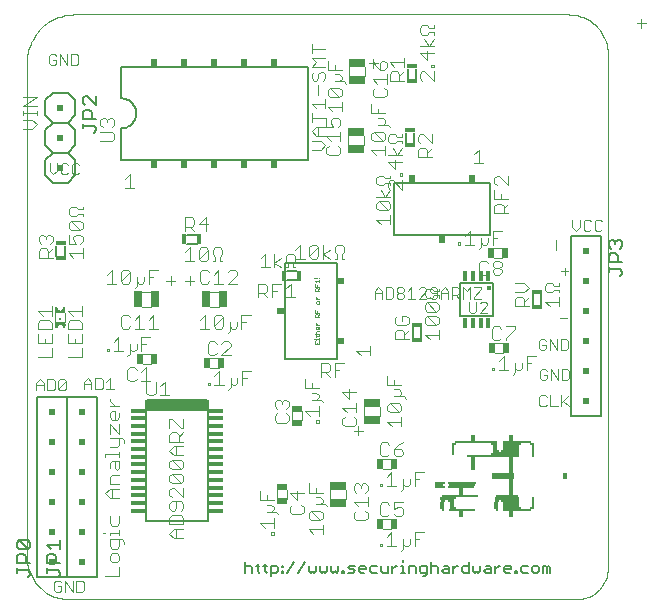
<source format=gto>
G75*
%MOIN*%
%OFA0B0*%
%FSLAX24Y24*%
%IPPOS*%
%LPD*%
%AMOC8*
5,1,8,0,0,1.08239X$1,22.5*
%
%ADD10C,0.0000*%
%ADD11C,0.0040*%
%ADD12C,0.0050*%
%ADD13C,0.0030*%
%ADD14C,0.0020*%
%ADD15C,0.0080*%
%ADD16R,0.0510X0.0140*%
%ADD17R,0.2047X0.0384*%
%ADD18C,0.0157*%
%ADD19R,0.0118X0.0374*%
%ADD20C,0.0060*%
%ADD21R,0.0340X0.0160*%
%ADD22R,0.0160X0.0340*%
%ADD23R,0.0197X0.0374*%
%ADD24R,0.0571X0.0295*%
%ADD25R,0.0374X0.0197*%
%ADD26R,0.0295X0.0571*%
%ADD27R,0.0220X0.0264*%
%ADD28R,0.0200X0.0200*%
%ADD29C,0.0004*%
%ADD30C,0.0002*%
%ADD31R,0.0079X0.0059*%
%ADD32R,0.0020X0.0020*%
%ADD33R,0.0020X0.0148*%
%ADD34R,0.0079X0.0118*%
%ADD35R,0.0354X0.0089*%
%ADD36R,0.0079X0.0197*%
%ADD37R,0.0217X0.0089*%
%ADD38R,0.0039X0.0039*%
%ADD39R,0.0098X0.0098*%
%ADD40R,0.0264X0.0220*%
%ADD41R,0.0180X0.0060*%
%ADD42R,0.0060X0.0060*%
%ADD43R,0.0900X0.0060*%
%ADD44R,0.0960X0.0060*%
%ADD45R,0.0120X0.0060*%
%ADD46R,0.0240X0.0060*%
%ADD47R,0.0600X0.0060*%
%ADD48R,0.0540X0.0060*%
%ADD49R,0.0480X0.0060*%
%ADD50R,0.0840X0.0060*%
%ADD51R,0.1200X0.0060*%
%ADD52R,0.0780X0.0060*%
%ADD53R,0.0360X0.0060*%
%ADD54R,0.0300X0.0060*%
%ADD55R,0.0720X0.0060*%
%ADD56R,0.1740X0.0060*%
%ADD57R,0.1440X0.0060*%
D10*
X000637Y001594D02*
X000637Y018096D01*
X000639Y018174D01*
X000645Y018251D01*
X000654Y018328D01*
X000667Y018404D01*
X000684Y018480D01*
X000705Y018555D01*
X000729Y018628D01*
X000757Y018701D01*
X000789Y018772D01*
X000824Y018841D01*
X000862Y018908D01*
X000903Y018974D01*
X000948Y019037D01*
X000996Y019098D01*
X001046Y019157D01*
X001100Y019213D01*
X001156Y019267D01*
X001215Y019317D01*
X001276Y019365D01*
X001339Y019410D01*
X001405Y019451D01*
X001472Y019489D01*
X001541Y019524D01*
X001612Y019556D01*
X001685Y019584D01*
X001758Y019608D01*
X001833Y019629D01*
X001909Y019646D01*
X001985Y019659D01*
X002062Y019668D01*
X002139Y019674D01*
X002217Y019676D01*
X018684Y019676D01*
X018756Y019674D01*
X018827Y019668D01*
X018898Y019659D01*
X018968Y019645D01*
X019038Y019628D01*
X019106Y019607D01*
X019174Y019582D01*
X019240Y019554D01*
X019304Y019522D01*
X019366Y019487D01*
X019426Y019448D01*
X019485Y019406D01*
X019540Y019361D01*
X019594Y019313D01*
X019644Y019263D01*
X019692Y019209D01*
X019737Y019154D01*
X019779Y019095D01*
X019818Y019035D01*
X019853Y018973D01*
X019885Y018909D01*
X019913Y018843D01*
X019938Y018775D01*
X019959Y018707D01*
X019976Y018637D01*
X019990Y018567D01*
X019999Y018496D01*
X020005Y018425D01*
X020007Y018353D01*
X020007Y001246D01*
X020006Y001246D02*
X020004Y001182D01*
X019998Y001118D01*
X019989Y001054D01*
X019975Y000991D01*
X019958Y000929D01*
X019937Y000868D01*
X019912Y000808D01*
X019884Y000751D01*
X019852Y000695D01*
X019817Y000640D01*
X019779Y000589D01*
X019738Y000539D01*
X019694Y000492D01*
X019647Y000448D01*
X019597Y000407D01*
X019546Y000369D01*
X019491Y000334D01*
X019435Y000302D01*
X019378Y000274D01*
X019318Y000249D01*
X019257Y000228D01*
X019195Y000211D01*
X019132Y000197D01*
X019068Y000188D01*
X019004Y000182D01*
X018940Y000180D01*
X002051Y000180D01*
X001977Y000182D01*
X001903Y000188D01*
X001830Y000197D01*
X001757Y000211D01*
X001685Y000228D01*
X001614Y000249D01*
X001544Y000274D01*
X001476Y000302D01*
X001409Y000334D01*
X001344Y000369D01*
X001281Y000408D01*
X001220Y000450D01*
X001161Y000495D01*
X001105Y000543D01*
X001051Y000594D01*
X001000Y000648D01*
X000952Y000704D01*
X000907Y000763D01*
X000865Y000824D01*
X000826Y000887D01*
X000791Y000952D01*
X000759Y001019D01*
X000731Y001087D01*
X000706Y001157D01*
X000685Y001228D01*
X000668Y001300D01*
X000654Y001373D01*
X000645Y001446D01*
X000639Y001520D01*
X000637Y001594D01*
D11*
X003180Y002408D02*
X003256Y002408D01*
X003410Y002408D02*
X003717Y002408D01*
X003717Y002331D02*
X003717Y002485D01*
X003640Y002638D02*
X003717Y002715D01*
X003717Y002945D01*
X003640Y002638D02*
X003486Y002638D01*
X003410Y002715D01*
X003410Y002945D01*
X003410Y002408D02*
X003410Y002331D01*
X003410Y002178D02*
X003410Y001948D01*
X003486Y001871D01*
X003640Y001871D01*
X003717Y001948D01*
X003717Y002178D01*
X003793Y002178D02*
X003410Y002178D01*
X003793Y002178D02*
X003870Y002101D01*
X003870Y002024D01*
X003640Y001717D02*
X003486Y001717D01*
X003410Y001641D01*
X003410Y001487D01*
X003486Y001410D01*
X003640Y001410D01*
X003717Y001487D01*
X003717Y001641D01*
X003640Y001717D01*
X003717Y001257D02*
X003717Y000950D01*
X003256Y000950D01*
X005389Y002370D02*
X005542Y002524D01*
X005849Y002524D01*
X005849Y002677D02*
X005849Y002907D01*
X005772Y002984D01*
X005465Y002984D01*
X005389Y002907D01*
X005389Y002677D01*
X005849Y002677D01*
X005619Y002524D02*
X005619Y002217D01*
X005542Y002217D02*
X005389Y002370D01*
X005542Y002217D02*
X005849Y002217D01*
X005772Y003138D02*
X005849Y003214D01*
X005849Y003368D01*
X005772Y003445D01*
X005465Y003445D01*
X005389Y003368D01*
X005389Y003214D01*
X005465Y003138D01*
X005542Y003138D01*
X005619Y003214D01*
X005619Y003445D01*
X005465Y003598D02*
X005389Y003675D01*
X005389Y003828D01*
X005465Y003905D01*
X005542Y003905D01*
X005849Y003598D01*
X005849Y003905D01*
X005772Y004058D02*
X005465Y004058D01*
X005389Y004135D01*
X005389Y004289D01*
X005465Y004365D01*
X005772Y004058D01*
X005849Y004135D01*
X005849Y004289D01*
X005772Y004365D01*
X005465Y004365D01*
X005465Y004519D02*
X005389Y004596D01*
X005389Y004749D01*
X005465Y004826D01*
X005772Y004519D01*
X005849Y004596D01*
X005849Y004749D01*
X005772Y004826D01*
X005465Y004826D01*
X005542Y004979D02*
X005389Y005133D01*
X005542Y005286D01*
X005849Y005286D01*
X005849Y005440D02*
X005389Y005440D01*
X005389Y005670D01*
X005465Y005747D01*
X005619Y005747D01*
X005695Y005670D01*
X005695Y005440D01*
X005695Y005593D02*
X005849Y005747D01*
X005849Y005900D02*
X005849Y006207D01*
X005772Y005900D02*
X005465Y006207D01*
X005389Y006207D01*
X005389Y005900D01*
X005772Y005900D02*
X005849Y005900D01*
X005619Y005286D02*
X005619Y004979D01*
X005542Y004979D02*
X005849Y004979D01*
X005772Y004519D02*
X005465Y004519D01*
X003717Y004556D02*
X003640Y004480D01*
X003563Y004556D01*
X003563Y004787D01*
X003486Y004787D02*
X003717Y004787D01*
X003717Y004556D01*
X003717Y004326D02*
X003486Y004326D01*
X003410Y004249D01*
X003410Y004019D01*
X003717Y004019D01*
X003717Y003866D02*
X003410Y003866D01*
X003256Y003712D01*
X003410Y003559D01*
X003717Y003559D01*
X003486Y003559D02*
X003486Y003866D01*
X003410Y004556D02*
X003410Y004710D01*
X003486Y004787D01*
X003256Y004940D02*
X003256Y005017D01*
X003717Y005017D01*
X003717Y004940D02*
X003717Y005094D01*
X003640Y005247D02*
X003717Y005324D01*
X003717Y005554D01*
X003793Y005554D02*
X003870Y005477D01*
X003870Y005400D01*
X003793Y005554D02*
X003410Y005554D01*
X003410Y005707D02*
X003410Y006014D01*
X003717Y005707D01*
X003717Y006014D01*
X003640Y006168D02*
X003717Y006245D01*
X003717Y006398D01*
X003563Y006475D02*
X003563Y006168D01*
X003486Y006168D02*
X003410Y006245D01*
X003410Y006398D01*
X003486Y006475D01*
X003563Y006475D01*
X003563Y006628D02*
X003410Y006782D01*
X003410Y006858D01*
X003410Y006628D02*
X003717Y006628D01*
X003640Y006168D02*
X003486Y006168D01*
X003410Y005247D02*
X003640Y005247D01*
X004698Y006981D02*
X004851Y006981D01*
X004928Y007058D01*
X004928Y007441D01*
X004753Y007450D02*
X004446Y007450D01*
X004600Y007450D02*
X004600Y007910D01*
X004446Y007757D01*
X004293Y007834D02*
X004216Y007910D01*
X004063Y007910D01*
X003986Y007834D01*
X003986Y007527D01*
X004063Y007450D01*
X004216Y007450D01*
X004293Y007527D01*
X004621Y007441D02*
X004621Y007058D01*
X004698Y006981D01*
X005082Y006981D02*
X005389Y006981D01*
X005235Y006981D02*
X005235Y007441D01*
X005082Y007288D01*
X004777Y008010D02*
X004497Y008010D01*
X004497Y008345D02*
X004777Y008345D01*
X004446Y008450D02*
X004446Y008910D01*
X004753Y008910D01*
X004600Y008680D02*
X004446Y008680D01*
X004293Y008680D02*
X004293Y008527D01*
X004216Y008450D01*
X004139Y008450D01*
X004063Y008527D01*
X004063Y008373D01*
X003986Y008297D01*
X003832Y008450D02*
X003525Y008450D01*
X003372Y008450D02*
X003295Y008450D01*
X003295Y008527D01*
X003372Y008527D01*
X003372Y008450D01*
X003679Y008450D02*
X003679Y008910D01*
X003525Y008757D01*
X004063Y008680D02*
X004063Y008527D01*
X004006Y009200D02*
X003852Y009200D01*
X003775Y009277D01*
X003775Y009584D01*
X003852Y009660D01*
X004006Y009660D01*
X004082Y009584D01*
X004236Y009507D02*
X004389Y009660D01*
X004389Y009200D01*
X004236Y009200D02*
X004543Y009200D01*
X004696Y009200D02*
X005003Y009200D01*
X004850Y009200D02*
X004850Y009660D01*
X004696Y009507D01*
X004787Y009920D02*
X004487Y009920D01*
X004487Y010440D02*
X004777Y010440D01*
X004696Y010700D02*
X004696Y011160D01*
X005003Y011160D01*
X004850Y010930D02*
X004696Y010930D01*
X004543Y010930D02*
X004543Y010777D01*
X004466Y010700D01*
X004389Y010700D01*
X004313Y010777D01*
X004313Y010623D01*
X004236Y010547D01*
X004082Y010777D02*
X004006Y010700D01*
X003852Y010700D01*
X003775Y010777D01*
X004082Y011084D01*
X004082Y010777D01*
X004313Y010777D02*
X004313Y010930D01*
X004082Y011084D02*
X004006Y011160D01*
X003852Y011160D01*
X003775Y011084D01*
X003775Y010777D01*
X003622Y010700D02*
X003315Y010700D01*
X003469Y010700D02*
X003469Y011160D01*
X003315Y011007D01*
X002492Y011575D02*
X002492Y011882D01*
X002492Y011728D02*
X002031Y011728D01*
X002185Y011575D01*
X002261Y012035D02*
X002031Y012035D01*
X002031Y012342D01*
X002185Y012266D02*
X002261Y012342D01*
X002415Y012342D01*
X002492Y012266D01*
X002492Y012112D01*
X002415Y012035D01*
X002261Y012035D02*
X002185Y012189D01*
X002185Y012266D01*
X002108Y012496D02*
X002031Y012573D01*
X002031Y012726D01*
X002108Y012803D01*
X002415Y012496D01*
X002492Y012573D01*
X002492Y012726D01*
X002415Y012803D01*
X002108Y012803D01*
X002108Y012956D02*
X002031Y013033D01*
X002031Y013186D01*
X002108Y013263D01*
X002261Y013263D01*
X002338Y013186D01*
X002492Y013186D01*
X002492Y013263D01*
X002492Y013033D02*
X002338Y013033D01*
X002261Y012956D01*
X002108Y012956D01*
X002492Y012956D02*
X002492Y013033D01*
X002415Y012496D02*
X002108Y012496D01*
X001492Y012266D02*
X001492Y012112D01*
X001415Y012035D01*
X001492Y011882D02*
X001338Y011728D01*
X001338Y011805D02*
X001338Y011575D01*
X001492Y011575D02*
X001031Y011575D01*
X001031Y011805D01*
X001108Y011882D01*
X001261Y011882D01*
X001338Y011805D01*
X001108Y012035D02*
X001031Y012112D01*
X001031Y012266D01*
X001108Y012342D01*
X001185Y012342D01*
X001261Y012266D01*
X001338Y012342D01*
X001415Y012342D01*
X001492Y012266D01*
X001261Y012266D02*
X001261Y012189D01*
X001467Y009947D02*
X001467Y009640D01*
X001579Y009718D02*
X001579Y009442D01*
X001467Y009409D02*
X001467Y009179D01*
X001006Y009179D01*
X001006Y009409D01*
X001083Y009486D01*
X001390Y009486D01*
X001467Y009409D01*
X001160Y009640D02*
X001006Y009793D01*
X001467Y009793D01*
X001894Y009718D02*
X001894Y009432D01*
X002006Y009409D02*
X002006Y009179D01*
X002467Y009179D01*
X002467Y009409D01*
X002390Y009486D01*
X002083Y009486D01*
X002006Y009409D01*
X002160Y009640D02*
X002006Y009793D01*
X002467Y009793D01*
X002467Y009640D02*
X002467Y009947D01*
X002467Y009026D02*
X002467Y008719D01*
X002006Y008719D01*
X002006Y009026D01*
X002236Y008872D02*
X002236Y008719D01*
X002467Y008565D02*
X002467Y008258D01*
X002006Y008258D01*
X001467Y008258D02*
X001467Y008565D01*
X001467Y008719D02*
X001467Y009026D01*
X001236Y008872D02*
X001236Y008719D01*
X001006Y008719D02*
X001467Y008719D01*
X001467Y008258D02*
X001006Y008258D01*
X001006Y008719D02*
X001006Y009026D01*
X004006Y009200D02*
X004082Y009277D01*
X005435Y010652D02*
X005435Y010959D01*
X005282Y010805D02*
X005589Y010805D01*
X005907Y010805D02*
X006214Y010805D01*
X006407Y010777D02*
X006483Y010700D01*
X006637Y010700D01*
X006714Y010777D01*
X006867Y010700D02*
X007174Y010700D01*
X007327Y010700D02*
X007634Y011007D01*
X007634Y011084D01*
X007558Y011160D01*
X007404Y011160D01*
X007327Y011084D01*
X007021Y011160D02*
X007021Y010700D01*
X007037Y010440D02*
X006737Y010440D01*
X006407Y010777D02*
X006407Y011084D01*
X006483Y011160D01*
X006637Y011160D01*
X006714Y011084D01*
X006867Y011007D02*
X007021Y011160D01*
X007058Y011450D02*
X007134Y011450D01*
X007058Y011450D02*
X007058Y011603D01*
X007134Y011680D01*
X007134Y011834D01*
X007058Y011910D01*
X006904Y011910D01*
X006827Y011834D01*
X006827Y011680D01*
X006904Y011603D01*
X006904Y011450D01*
X006827Y011450D01*
X006674Y011527D02*
X006597Y011450D01*
X006444Y011450D01*
X006367Y011527D01*
X006674Y011834D01*
X006674Y011527D01*
X006367Y011527D02*
X006367Y011834D01*
X006444Y011910D01*
X006597Y011910D01*
X006674Y011834D01*
X006214Y011450D02*
X005907Y011450D01*
X006060Y011450D02*
X006060Y011910D01*
X005907Y011757D01*
X005907Y012450D02*
X005907Y012910D01*
X006137Y012910D01*
X006214Y012834D01*
X006214Y012680D01*
X006137Y012603D01*
X005907Y012603D01*
X006060Y012603D02*
X006214Y012450D01*
X006367Y012680D02*
X006674Y012680D01*
X006597Y012450D02*
X006597Y012910D01*
X006367Y012680D01*
X006060Y010959D02*
X006060Y010652D01*
X006747Y009920D02*
X007037Y009920D01*
X007097Y009660D02*
X007174Y009584D01*
X006867Y009277D01*
X006944Y009200D01*
X007097Y009200D01*
X007174Y009277D01*
X007174Y009584D01*
X007097Y009660D02*
X006944Y009660D01*
X006867Y009584D01*
X006867Y009277D01*
X006714Y009200D02*
X006407Y009200D01*
X006560Y009200D02*
X006560Y009660D01*
X006407Y009507D01*
X006733Y008785D02*
X006657Y008709D01*
X006657Y008402D01*
X006733Y008325D01*
X006887Y008325D01*
X006964Y008402D01*
X007117Y008325D02*
X007424Y008632D01*
X007424Y008709D01*
X007347Y008785D01*
X007194Y008785D01*
X007117Y008709D01*
X006964Y008709D02*
X006887Y008785D01*
X006733Y008785D01*
X007327Y009047D02*
X007404Y009123D01*
X007404Y009277D01*
X007481Y009200D01*
X007558Y009200D01*
X007634Y009277D01*
X007634Y009430D01*
X007788Y009430D02*
X007941Y009430D01*
X007788Y009200D02*
X007788Y009660D01*
X008095Y009660D01*
X008349Y010245D02*
X008349Y010705D01*
X008580Y010705D01*
X008656Y010629D01*
X008656Y010475D01*
X008580Y010398D01*
X008349Y010398D01*
X008503Y010398D02*
X008656Y010245D01*
X008810Y010245D02*
X008810Y010705D01*
X009117Y010705D01*
X009270Y010552D02*
X009424Y010705D01*
X009424Y010245D01*
X009577Y010245D02*
X009270Y010245D01*
X008963Y010475D02*
X008810Y010475D01*
X008887Y011245D02*
X008887Y011705D01*
X009117Y011552D02*
X008887Y011398D01*
X009117Y011245D01*
X009270Y011245D02*
X009347Y011245D01*
X009347Y011398D01*
X009270Y011475D01*
X009270Y011629D01*
X009347Y011705D01*
X009500Y011705D01*
X009577Y011629D01*
X009577Y011475D01*
X009500Y011398D01*
X009500Y011245D01*
X009577Y011245D01*
X009589Y011536D02*
X009896Y011536D01*
X009743Y011536D02*
X009743Y011996D01*
X009589Y011842D01*
X010050Y011919D02*
X010050Y011612D01*
X010356Y011919D01*
X010356Y011612D01*
X010280Y011536D01*
X010126Y011536D01*
X010050Y011612D01*
X010050Y011919D02*
X010126Y011996D01*
X010280Y011996D01*
X010356Y011919D01*
X010510Y011996D02*
X010510Y011536D01*
X010510Y011689D02*
X010740Y011842D01*
X010894Y011766D02*
X010970Y011689D01*
X010970Y011536D01*
X010894Y011536D01*
X010740Y011536D02*
X010510Y011689D01*
X010894Y011766D02*
X010894Y011919D01*
X010970Y011996D01*
X011124Y011996D01*
X011200Y011919D01*
X011200Y011766D01*
X011124Y011689D01*
X011124Y011536D01*
X011200Y011536D01*
X012433Y012683D02*
X012280Y012837D01*
X012740Y012837D01*
X012740Y012990D02*
X012740Y012683D01*
X012663Y013144D02*
X012357Y013144D01*
X012280Y013221D01*
X012280Y013374D01*
X012357Y013451D01*
X012663Y013144D01*
X012740Y013221D01*
X012740Y013374D01*
X012663Y013451D01*
X012357Y013451D01*
X012280Y013604D02*
X012740Y013604D01*
X012587Y013604D02*
X012433Y013834D01*
X012357Y013988D02*
X012280Y014065D01*
X012280Y014218D01*
X012357Y014295D01*
X012510Y014295D01*
X012587Y014218D01*
X012740Y014218D01*
X012740Y014295D01*
X012750Y014149D02*
X012673Y014072D01*
X012673Y013919D01*
X012750Y013842D01*
X012740Y013834D02*
X012587Y013604D01*
X012510Y013988D02*
X012357Y013988D01*
X012510Y013988D02*
X012587Y014065D01*
X012740Y014065D01*
X012740Y013988D01*
X012750Y014149D02*
X012827Y014149D01*
X013134Y013842D01*
X013134Y014149D01*
X013134Y014302D02*
X013134Y014379D01*
X013057Y014379D01*
X013057Y014302D01*
X013134Y014302D01*
X012903Y014533D02*
X012903Y014839D01*
X012980Y014993D02*
X012827Y015223D01*
X012903Y015377D02*
X012750Y015377D01*
X012673Y015453D01*
X012673Y015607D01*
X012750Y015684D01*
X012903Y015684D01*
X012980Y015607D01*
X013134Y015607D01*
X013134Y015684D01*
X013134Y015453D02*
X012980Y015453D01*
X012903Y015377D01*
X013134Y015377D02*
X013134Y015453D01*
X013134Y015223D02*
X012980Y014993D01*
X013134Y014993D02*
X012673Y014993D01*
X012582Y014997D02*
X012582Y015304D01*
X012582Y015150D02*
X012121Y015150D01*
X012275Y014997D01*
X012673Y014763D02*
X012903Y014533D01*
X013134Y014763D02*
X012673Y014763D01*
X012505Y015457D02*
X012198Y015457D01*
X012121Y015534D01*
X012121Y015688D01*
X012198Y015764D01*
X012505Y015457D01*
X012582Y015534D01*
X012582Y015688D01*
X012505Y015764D01*
X012198Y015764D01*
X012351Y015995D02*
X012505Y015995D01*
X012658Y015995D01*
X012735Y015918D01*
X012582Y016071D02*
X012505Y015995D01*
X012582Y016071D02*
X012582Y016148D01*
X012505Y016225D01*
X012351Y016225D01*
X012351Y016378D02*
X012351Y016532D01*
X012121Y016378D02*
X012121Y016685D01*
X012243Y016913D02*
X012550Y016913D01*
X012627Y016990D01*
X012627Y017143D01*
X012550Y017220D01*
X012627Y017373D02*
X012627Y017680D01*
X012736Y017702D02*
X012813Y017779D01*
X012966Y017779D01*
X013043Y017702D01*
X013043Y017472D01*
X013043Y017625D02*
X013197Y017779D01*
X013197Y017932D02*
X013197Y018239D01*
X013197Y018086D02*
X012736Y018086D01*
X012890Y017932D01*
X012627Y017910D02*
X012627Y018064D01*
X012550Y018141D01*
X012473Y018141D01*
X012396Y018064D01*
X012396Y017834D01*
X012550Y017834D01*
X012627Y017910D01*
X012736Y017702D02*
X012736Y017472D01*
X013197Y017472D01*
X012627Y017527D02*
X012166Y017527D01*
X012320Y017373D01*
X012243Y017220D02*
X012166Y017143D01*
X012166Y016990D01*
X012243Y016913D01*
X012121Y016378D02*
X012582Y016378D01*
X011862Y015627D02*
X011862Y015337D01*
X011342Y015327D02*
X011342Y015627D01*
X011082Y015611D02*
X010621Y015611D01*
X010775Y015457D01*
X010698Y015304D02*
X010621Y015227D01*
X010621Y015074D01*
X010698Y014997D01*
X011005Y014997D01*
X011082Y015074D01*
X011082Y015227D01*
X011005Y015304D01*
X011082Y015457D02*
X011082Y015764D01*
X011005Y015918D02*
X011082Y015995D01*
X011082Y016148D01*
X011005Y016225D01*
X010851Y016225D01*
X010775Y016148D01*
X010775Y016071D01*
X010851Y015918D01*
X010621Y015918D01*
X010621Y016225D01*
X010585Y016240D02*
X010125Y016240D01*
X010125Y016393D02*
X010125Y016086D01*
X010278Y015933D02*
X010125Y015780D01*
X010278Y015626D01*
X010585Y015626D01*
X010432Y015473D02*
X010125Y015473D01*
X010355Y015626D02*
X010355Y015933D01*
X010278Y015933D02*
X010585Y015933D01*
X010432Y015473D02*
X010585Y015319D01*
X010432Y015166D01*
X010125Y015166D01*
X010278Y016547D02*
X010125Y016700D01*
X010585Y016700D01*
X010666Y016606D02*
X010820Y016452D01*
X010666Y016606D02*
X011127Y016606D01*
X011127Y016759D02*
X011127Y016452D01*
X011050Y016913D02*
X010743Y016913D01*
X010666Y016990D01*
X010666Y017143D01*
X010743Y017220D01*
X011050Y016913D01*
X011127Y016990D01*
X011127Y017143D01*
X011050Y017220D01*
X010743Y017220D01*
X010896Y017450D02*
X011050Y017450D01*
X011203Y017450D01*
X011280Y017373D01*
X011127Y017527D02*
X011127Y017603D01*
X011050Y017680D01*
X010896Y017680D01*
X010896Y017834D02*
X010896Y017987D01*
X010666Y017834D02*
X010666Y018141D01*
X010585Y018235D02*
X010125Y018235D01*
X010278Y018082D01*
X010125Y017928D01*
X010585Y017928D01*
X010666Y017834D02*
X011127Y017834D01*
X011387Y017914D02*
X011387Y017624D01*
X011127Y017527D02*
X011050Y017450D01*
X010585Y017544D02*
X010508Y017468D01*
X010585Y017544D02*
X010585Y017698D01*
X010508Y017775D01*
X010432Y017775D01*
X010355Y017698D01*
X010355Y017544D01*
X010278Y017468D01*
X010202Y017468D01*
X010125Y017544D01*
X010125Y017698D01*
X010202Y017775D01*
X010355Y017314D02*
X010355Y017007D01*
X010585Y016854D02*
X010585Y016547D01*
X011907Y017624D02*
X011907Y017924D01*
X012032Y018055D02*
X012339Y018055D01*
X012243Y017987D02*
X012396Y017834D01*
X012243Y017987D02*
X012166Y018141D01*
X012185Y018209D02*
X012185Y017902D01*
X013736Y017702D02*
X013736Y017549D01*
X013813Y017472D01*
X013736Y017702D02*
X013813Y017779D01*
X013890Y017779D01*
X014197Y017472D01*
X014197Y017779D01*
X014197Y017932D02*
X014197Y018009D01*
X014120Y018009D01*
X014120Y017932D01*
X014197Y017932D01*
X013966Y018163D02*
X013966Y018470D01*
X014043Y018623D02*
X013890Y018853D01*
X013966Y019007D02*
X013813Y019007D01*
X013736Y019083D01*
X013736Y019237D01*
X013813Y019314D01*
X013966Y019314D01*
X014043Y019237D01*
X014197Y019237D01*
X014197Y019314D01*
X014197Y019083D02*
X014043Y019083D01*
X013966Y019007D01*
X014197Y019007D02*
X014197Y019083D01*
X014197Y018853D02*
X014043Y018623D01*
X014197Y018623D02*
X013736Y018623D01*
X013736Y018393D02*
X013966Y018163D01*
X014197Y018393D02*
X013736Y018393D01*
X013750Y015684D02*
X013673Y015607D01*
X013673Y015453D01*
X013750Y015377D01*
X013750Y015223D02*
X013903Y015223D01*
X013980Y015146D01*
X013980Y014916D01*
X014134Y014916D02*
X013673Y014916D01*
X013673Y015146D01*
X013750Y015223D01*
X013980Y015070D02*
X014134Y015223D01*
X014134Y015377D02*
X013827Y015684D01*
X013750Y015684D01*
X014134Y015684D02*
X014134Y015377D01*
X015538Y015021D02*
X015692Y015174D01*
X015692Y014714D01*
X015845Y014714D02*
X015538Y014714D01*
X016217Y014218D02*
X016217Y014065D01*
X016294Y013988D01*
X016217Y013834D02*
X016217Y013528D01*
X016677Y013528D01*
X016677Y013374D02*
X016524Y013221D01*
X016524Y013297D02*
X016524Y013067D01*
X016677Y013067D02*
X016217Y013067D01*
X016217Y013297D01*
X016294Y013374D01*
X016447Y013374D01*
X016524Y013297D01*
X016447Y013528D02*
X016447Y013681D01*
X016677Y013988D02*
X016370Y014295D01*
X016294Y014295D01*
X016217Y014218D01*
X016677Y014295D02*
X016677Y013988D01*
X016465Y012460D02*
X016158Y012460D01*
X016158Y012000D01*
X016209Y011895D02*
X016489Y011895D01*
X016489Y011560D02*
X016209Y011560D01*
X016235Y011460D02*
X016388Y011460D01*
X016465Y011384D01*
X016465Y011307D01*
X016388Y011230D01*
X016235Y011230D01*
X016158Y011307D01*
X016158Y011384D01*
X016235Y011460D01*
X016235Y011230D02*
X016158Y011153D01*
X016158Y011077D01*
X016235Y011000D01*
X016388Y011000D01*
X016465Y011077D01*
X016465Y011153D01*
X016388Y011230D01*
X016005Y011077D02*
X015928Y011000D01*
X015775Y011000D01*
X015698Y011077D01*
X015698Y011384D01*
X015775Y011460D01*
X015928Y011460D01*
X016005Y011384D01*
X015698Y011847D02*
X015775Y011923D01*
X015775Y012077D01*
X015851Y012000D01*
X015928Y012000D01*
X016005Y012077D01*
X016005Y012230D01*
X016158Y012230D02*
X016312Y012230D01*
X015775Y012230D02*
X015775Y012077D01*
X015544Y012000D02*
X015237Y012000D01*
X015084Y012000D02*
X015007Y012000D01*
X015007Y012077D01*
X015084Y012077D01*
X015084Y012000D01*
X015237Y012307D02*
X015391Y012460D01*
X015391Y012000D01*
X016906Y010717D02*
X017213Y010717D01*
X017367Y010564D01*
X017213Y010410D01*
X016906Y010410D01*
X016983Y010257D02*
X017136Y010257D01*
X017213Y010180D01*
X017213Y009950D01*
X017213Y010103D02*
X017367Y010257D01*
X017367Y009950D02*
X016906Y009950D01*
X016906Y010180D01*
X016983Y010257D01*
X017906Y010103D02*
X018367Y010103D01*
X018367Y009950D02*
X018367Y010257D01*
X018367Y010410D02*
X018367Y010487D01*
X018213Y010487D01*
X018136Y010410D01*
X017983Y010410D01*
X017906Y010487D01*
X017906Y010641D01*
X017983Y010717D01*
X018136Y010717D01*
X018213Y010641D01*
X018367Y010641D01*
X018367Y010717D01*
X017906Y010103D02*
X018060Y009950D01*
X016912Y009285D02*
X016912Y009209D01*
X016605Y008902D01*
X016605Y008825D01*
X016515Y008725D02*
X016235Y008725D01*
X016221Y008825D02*
X016375Y008825D01*
X016452Y008902D01*
X016221Y008825D02*
X016145Y008902D01*
X016145Y009209D01*
X016221Y009285D01*
X016375Y009285D01*
X016452Y009209D01*
X016605Y009285D02*
X016912Y009285D01*
X016515Y008390D02*
X016235Y008390D01*
X016375Y008132D02*
X016528Y008285D01*
X016528Y007825D01*
X016375Y007825D02*
X016682Y007825D01*
X016835Y007672D02*
X016912Y007748D01*
X016912Y007902D01*
X016989Y007825D01*
X017065Y007825D01*
X017142Y007902D01*
X017142Y008055D01*
X017296Y008055D02*
X017449Y008055D01*
X017296Y007825D02*
X017296Y008285D01*
X017603Y008285D01*
X016912Y008055D02*
X016912Y007902D01*
X016221Y007902D02*
X016221Y007825D01*
X016145Y007825D01*
X016145Y007902D01*
X016221Y007902D01*
X014365Y008854D02*
X014365Y009161D01*
X014365Y009007D02*
X013904Y009007D01*
X014058Y008854D01*
X013981Y009314D02*
X013904Y009391D01*
X013904Y009545D01*
X013981Y009621D01*
X014288Y009314D01*
X014365Y009391D01*
X014365Y009545D01*
X014288Y009621D01*
X013981Y009621D01*
X013981Y009775D02*
X013904Y009852D01*
X013904Y010005D01*
X013981Y010082D01*
X014288Y009775D01*
X014365Y009852D01*
X014365Y010005D01*
X014288Y010082D01*
X013981Y010082D01*
X013981Y010235D02*
X013904Y010312D01*
X013904Y010465D01*
X013981Y010542D01*
X014134Y010542D01*
X014211Y010465D01*
X014365Y010465D01*
X014365Y010542D01*
X014365Y010312D02*
X014211Y010312D01*
X014134Y010235D01*
X013981Y010235D01*
X014365Y010235D02*
X014365Y010312D01*
X014288Y009775D02*
X013981Y009775D01*
X013981Y009314D02*
X014288Y009314D01*
X013365Y009391D02*
X013288Y009314D01*
X012981Y009314D01*
X012904Y009391D01*
X012904Y009545D01*
X012981Y009621D01*
X013134Y009621D02*
X013134Y009468D01*
X013134Y009621D02*
X013288Y009621D01*
X013365Y009545D01*
X013365Y009391D01*
X013365Y009161D02*
X013211Y009007D01*
X013211Y009084D02*
X013211Y008854D01*
X013365Y008854D02*
X012904Y008854D01*
X012904Y009084D01*
X012981Y009161D01*
X013134Y009161D01*
X013211Y009084D01*
X012080Y008624D02*
X012080Y008317D01*
X012080Y008470D02*
X011619Y008470D01*
X011773Y008317D01*
X011200Y008059D02*
X010894Y008059D01*
X010894Y007598D01*
X010740Y007598D02*
X010587Y007752D01*
X010663Y007752D02*
X010433Y007752D01*
X010433Y007598D02*
X010433Y008059D01*
X010663Y008059D01*
X010740Y007982D01*
X010740Y007829D01*
X010663Y007752D01*
X010894Y007829D02*
X011047Y007829D01*
X010367Y007226D02*
X009906Y007226D01*
X009906Y007533D01*
X010136Y007379D02*
X010136Y007226D01*
X010136Y007073D02*
X010290Y007073D01*
X010367Y006996D01*
X010367Y006919D01*
X010290Y006842D01*
X010443Y006842D01*
X010520Y006766D01*
X010367Y006612D02*
X010367Y006305D01*
X010367Y006152D02*
X010367Y006075D01*
X010290Y006075D01*
X010290Y006152D01*
X010367Y006152D01*
X010060Y006305D02*
X009906Y006459D01*
X010367Y006459D01*
X010290Y006842D02*
X010136Y006842D01*
X009802Y006445D02*
X009802Y006165D01*
X009467Y006165D02*
X009467Y006445D01*
X009367Y006305D02*
X009290Y006382D01*
X009367Y006305D02*
X009367Y006152D01*
X009290Y006075D01*
X008983Y006075D01*
X008906Y006152D01*
X008906Y006305D01*
X008983Y006382D01*
X008983Y006535D02*
X008906Y006612D01*
X008906Y006766D01*
X008983Y006842D01*
X009060Y006842D01*
X009136Y006766D01*
X009213Y006842D01*
X009290Y006842D01*
X009367Y006766D01*
X009367Y006612D01*
X009290Y006535D01*
X009136Y006689D02*
X009136Y006766D01*
X007961Y007555D02*
X007808Y007555D01*
X007654Y007555D02*
X007654Y007402D01*
X007577Y007325D01*
X007501Y007325D01*
X007424Y007402D01*
X007424Y007248D01*
X007347Y007172D01*
X007194Y007325D02*
X006887Y007325D01*
X007040Y007325D02*
X007040Y007785D01*
X006887Y007632D01*
X006733Y007402D02*
X006657Y007402D01*
X006657Y007325D01*
X006733Y007325D01*
X006733Y007402D01*
X006747Y007890D02*
X007027Y007890D01*
X007027Y008225D02*
X006747Y008225D01*
X007117Y008325D02*
X007424Y008325D01*
X007808Y007785D02*
X008115Y007785D01*
X007808Y007785D02*
X007808Y007325D01*
X007424Y007402D02*
X007424Y007555D01*
X007404Y009277D02*
X007404Y009430D01*
X007327Y010700D02*
X007634Y010700D01*
X008426Y011245D02*
X008733Y011245D01*
X008580Y011245D02*
X008580Y011705D01*
X008426Y011552D01*
X004214Y013900D02*
X003907Y013900D01*
X004060Y013900D02*
X004060Y014360D01*
X003907Y014207D01*
X003471Y015466D02*
X003088Y015466D01*
X003088Y015773D02*
X003471Y015773D01*
X003548Y015696D01*
X003548Y015542D01*
X003471Y015466D01*
X003471Y015926D02*
X003548Y016003D01*
X003548Y016156D01*
X003471Y016233D01*
X003395Y016233D01*
X003318Y016156D01*
X003318Y016080D01*
X003318Y016156D02*
X003241Y016233D01*
X003165Y016233D01*
X003088Y016156D01*
X003088Y016003D01*
X003165Y015926D01*
X000977Y016011D02*
X000823Y016164D01*
X000516Y016164D01*
X000516Y016318D02*
X000516Y016471D01*
X000516Y016394D02*
X000977Y016394D01*
X000977Y016318D02*
X000977Y016471D01*
X000977Y016625D02*
X000516Y016625D01*
X000977Y016932D01*
X000516Y016932D01*
X000977Y016011D02*
X000823Y015857D01*
X000516Y015857D01*
X010125Y018388D02*
X010125Y018695D01*
X010125Y018542D02*
X010585Y018542D01*
X018286Y012147D02*
X018286Y011840D01*
X013117Y007331D02*
X012656Y007331D01*
X012656Y007638D01*
X012886Y007485D02*
X012886Y007331D01*
X012886Y007178D02*
X013040Y007178D01*
X013117Y007101D01*
X013117Y007024D01*
X013040Y006948D01*
X013193Y006948D01*
X013270Y006871D01*
X013040Y006948D02*
X012886Y006948D01*
X012733Y006717D02*
X013040Y006410D01*
X013117Y006487D01*
X013117Y006641D01*
X013040Y006717D01*
X012733Y006717D01*
X012656Y006641D01*
X012656Y006487D01*
X012733Y006410D01*
X013040Y006410D01*
X013117Y006257D02*
X013117Y005950D01*
X013117Y006103D02*
X012656Y006103D01*
X012810Y005950D01*
X012397Y006290D02*
X012397Y006580D01*
X011877Y006580D02*
X011877Y006280D01*
X011617Y006180D02*
X011540Y006257D01*
X011617Y006180D02*
X011617Y006027D01*
X011540Y005950D01*
X011233Y005950D01*
X011156Y006027D01*
X011156Y006180D01*
X011233Y006257D01*
X011310Y006410D02*
X011156Y006564D01*
X011617Y006564D01*
X011617Y006717D02*
X011617Y006410D01*
X011386Y006871D02*
X011386Y007178D01*
X011156Y007101D02*
X011386Y006871D01*
X011617Y007101D02*
X011156Y007101D01*
X011685Y005959D02*
X011685Y005652D01*
X011532Y005805D02*
X011839Y005805D01*
X012407Y005334D02*
X012407Y005027D01*
X012483Y004950D01*
X012637Y004950D01*
X012714Y005027D01*
X012867Y005027D02*
X012944Y004950D01*
X013097Y004950D01*
X013174Y005027D01*
X013174Y005103D01*
X013097Y005180D01*
X012867Y005180D01*
X012867Y005027D01*
X012867Y005180D02*
X013021Y005334D01*
X013174Y005410D01*
X012714Y005334D02*
X012637Y005410D01*
X012483Y005410D01*
X012407Y005334D01*
X012497Y004850D02*
X012777Y004850D01*
X012777Y004515D02*
X012497Y004515D01*
X012637Y004257D02*
X012790Y004410D01*
X012790Y003950D01*
X012637Y003950D02*
X012944Y003950D01*
X013097Y003797D02*
X013174Y003873D01*
X013174Y004027D01*
X013251Y003950D01*
X013327Y003950D01*
X013404Y004027D01*
X013404Y004180D01*
X013558Y004180D02*
X013711Y004180D01*
X013558Y003950D02*
X013558Y004410D01*
X013865Y004410D01*
X013174Y004180D02*
X013174Y004027D01*
X013174Y003410D02*
X012867Y003410D01*
X012867Y003180D01*
X013021Y003257D01*
X013097Y003257D01*
X013174Y003180D01*
X013174Y003027D01*
X013097Y002950D01*
X012944Y002950D01*
X012867Y003027D01*
X012714Y003027D02*
X012637Y002950D01*
X012483Y002950D01*
X012407Y003027D01*
X012407Y003334D01*
X012483Y003410D01*
X012637Y003410D01*
X012714Y003334D01*
X012777Y002850D02*
X012497Y002850D01*
X012497Y002515D02*
X012777Y002515D01*
X012790Y002410D02*
X012637Y002257D01*
X012790Y002410D02*
X012790Y001950D01*
X012637Y001950D02*
X012944Y001950D01*
X013097Y001797D02*
X013174Y001873D01*
X013174Y002027D01*
X013251Y001950D01*
X013327Y001950D01*
X013404Y002027D01*
X013404Y002180D01*
X013558Y002180D02*
X013711Y002180D01*
X013558Y001950D02*
X013558Y002410D01*
X013865Y002410D01*
X013174Y002180D02*
X013174Y002027D01*
X012483Y002027D02*
X012483Y001950D01*
X012407Y001950D01*
X012407Y002027D01*
X012483Y002027D01*
X011915Y002819D02*
X011608Y002819D01*
X011531Y002896D01*
X011531Y003049D01*
X011608Y003126D01*
X011685Y003279D02*
X011531Y003433D01*
X011992Y003433D01*
X011992Y003586D02*
X011992Y003279D01*
X011915Y003126D02*
X011992Y003049D01*
X011992Y002896D01*
X011915Y002819D01*
X011272Y003530D02*
X011272Y003830D01*
X011531Y003816D02*
X011608Y003740D01*
X011531Y003816D02*
X011531Y003970D01*
X011608Y004047D01*
X011685Y004047D01*
X011761Y003970D01*
X011838Y004047D01*
X011915Y004047D01*
X011992Y003970D01*
X011992Y003816D01*
X011915Y003740D01*
X011761Y003893D02*
X011761Y003970D01*
X012407Y003950D02*
X012483Y003950D01*
X012483Y004027D01*
X012407Y004027D01*
X012407Y003950D01*
X010752Y003820D02*
X010752Y003530D01*
X010568Y003356D02*
X010645Y003279D01*
X010568Y003356D02*
X010415Y003356D01*
X010492Y003433D01*
X010492Y003509D01*
X010415Y003586D01*
X010261Y003586D01*
X010261Y003740D02*
X010261Y003893D01*
X010031Y003740D02*
X010031Y004047D01*
X010031Y003740D02*
X010492Y003740D01*
X010415Y003356D02*
X010261Y003356D01*
X010108Y003126D02*
X010415Y002819D01*
X010492Y002896D01*
X010492Y003049D01*
X010415Y003126D01*
X010108Y003126D01*
X010031Y003049D01*
X010031Y002896D01*
X010108Y002819D01*
X010415Y002819D01*
X010492Y002665D02*
X010492Y002358D01*
X010492Y002512D02*
X010031Y002512D01*
X010185Y002358D01*
X009790Y003029D02*
X009483Y003029D01*
X009406Y003106D01*
X009406Y003259D01*
X009483Y003336D01*
X009636Y003490D02*
X009636Y003797D01*
X009406Y003720D02*
X009636Y003490D01*
X009790Y003336D02*
X009867Y003259D01*
X009867Y003106D01*
X009790Y003029D01*
X009867Y003720D02*
X009406Y003720D01*
X009307Y003820D02*
X009307Y003540D01*
X008972Y003540D02*
X008972Y003820D01*
X008867Y003490D02*
X008406Y003490D01*
X008406Y003797D01*
X008636Y003643D02*
X008636Y003490D01*
X008636Y003336D02*
X008790Y003336D01*
X008867Y003259D01*
X008867Y003183D01*
X008790Y003106D01*
X008943Y003106D01*
X009020Y003029D01*
X008867Y002876D02*
X008867Y002569D01*
X008867Y002722D02*
X008406Y002722D01*
X008560Y002569D01*
X008790Y002415D02*
X008790Y002339D01*
X008867Y002339D01*
X008867Y002415D01*
X008790Y002415D01*
X008790Y003106D02*
X008636Y003106D01*
X021118Y019234D02*
X021118Y019541D01*
X020965Y019387D02*
X021272Y019387D01*
D12*
X000742Y001000D02*
X000667Y000925D01*
X000742Y001000D02*
X000742Y001075D01*
X000667Y001150D01*
X000291Y001150D01*
X000291Y001075D02*
X000291Y001225D01*
X000291Y001385D02*
X000291Y001611D01*
X000366Y001686D01*
X000516Y001686D01*
X000592Y001611D01*
X000592Y001385D01*
X000742Y001385D02*
X000291Y001385D01*
X000366Y001846D02*
X000291Y001921D01*
X000291Y002071D01*
X000366Y002146D01*
X000667Y001846D01*
X000742Y001921D01*
X000742Y002071D01*
X000667Y002146D01*
X000366Y002146D01*
X000366Y001846D02*
X000667Y001846D01*
X001291Y001996D02*
X001742Y001996D01*
X001742Y001846D02*
X001742Y002146D01*
X001441Y001846D02*
X001291Y001996D01*
X001366Y001686D02*
X001291Y001611D01*
X001291Y001385D01*
X001742Y001385D01*
X001592Y001385D02*
X001592Y001611D01*
X001516Y001686D01*
X001366Y001686D01*
X001291Y001225D02*
X001291Y001075D01*
X001291Y001150D02*
X001667Y001150D01*
X001742Y001075D01*
X001742Y001000D01*
X001667Y000925D01*
X001987Y000930D02*
X002987Y000930D01*
X002987Y006930D01*
X001987Y006930D01*
X001987Y000930D01*
X000987Y000930D01*
X000987Y006930D01*
X001987Y006930D01*
X001987Y000930D01*
X007898Y001069D02*
X007898Y001419D01*
X007956Y001303D02*
X008073Y001303D01*
X008131Y001244D01*
X008131Y001069D01*
X008324Y001127D02*
X008324Y001361D01*
X008266Y001303D02*
X008383Y001303D01*
X008512Y001303D02*
X008628Y001303D01*
X008570Y001361D02*
X008570Y001127D01*
X008628Y001069D01*
X008757Y001069D02*
X008932Y001069D01*
X008991Y001127D01*
X008991Y001244D01*
X008932Y001303D01*
X008757Y001303D01*
X008757Y000952D01*
X009125Y001069D02*
X009125Y001127D01*
X009184Y001127D01*
X009184Y001069D01*
X009125Y001069D01*
X009125Y001244D02*
X009125Y001303D01*
X009184Y001303D01*
X009184Y001244D01*
X009125Y001244D01*
X009310Y001069D02*
X009543Y001419D01*
X009911Y001419D02*
X009678Y001069D01*
X010046Y001127D02*
X010105Y001069D01*
X010163Y001127D01*
X010221Y001069D01*
X010280Y001127D01*
X010280Y001303D01*
X010414Y001303D02*
X010414Y001127D01*
X010473Y001069D01*
X010531Y001127D01*
X010590Y001069D01*
X010648Y001127D01*
X010648Y001303D01*
X010783Y001303D02*
X010783Y001127D01*
X010841Y001069D01*
X010900Y001127D01*
X010958Y001069D01*
X011016Y001127D01*
X011016Y001303D01*
X011151Y001127D02*
X011209Y001127D01*
X011209Y001069D01*
X011151Y001069D01*
X011151Y001127D01*
X011335Y001069D02*
X011510Y001069D01*
X011569Y001127D01*
X011510Y001186D01*
X011394Y001186D01*
X011335Y001244D01*
X011394Y001303D01*
X011569Y001303D01*
X011704Y001244D02*
X011704Y001127D01*
X011762Y001069D01*
X011879Y001069D01*
X011937Y001186D02*
X011704Y001186D01*
X011704Y001244D02*
X011762Y001303D01*
X011879Y001303D01*
X011937Y001244D01*
X011937Y001186D01*
X012072Y001244D02*
X012072Y001127D01*
X012130Y001069D01*
X012305Y001069D01*
X012440Y001127D02*
X012440Y001303D01*
X012305Y001303D02*
X012130Y001303D01*
X012072Y001244D01*
X012440Y001127D02*
X012499Y001069D01*
X012674Y001069D01*
X012674Y001303D01*
X012809Y001303D02*
X012809Y001069D01*
X012809Y001186D02*
X012925Y001303D01*
X012984Y001303D01*
X013115Y001303D02*
X013174Y001303D01*
X013174Y001069D01*
X013232Y001069D02*
X013115Y001069D01*
X013361Y001069D02*
X013361Y001303D01*
X013536Y001303D01*
X013595Y001244D01*
X013595Y001069D01*
X013729Y001127D02*
X013729Y001244D01*
X013788Y001303D01*
X013963Y001303D01*
X013963Y001011D01*
X013904Y000952D01*
X013846Y000952D01*
X013788Y001069D02*
X013963Y001069D01*
X014098Y001069D02*
X014098Y001419D01*
X014156Y001303D02*
X014273Y001303D01*
X014331Y001244D01*
X014331Y001069D01*
X014466Y001127D02*
X014524Y001186D01*
X014699Y001186D01*
X014699Y001244D02*
X014699Y001069D01*
X014524Y001069D01*
X014466Y001127D01*
X014524Y001303D02*
X014641Y001303D01*
X014699Y001244D01*
X014834Y001186D02*
X014951Y001303D01*
X015009Y001303D01*
X015141Y001244D02*
X015200Y001303D01*
X015375Y001303D01*
X015375Y001419D02*
X015375Y001069D01*
X015200Y001069D01*
X015141Y001127D01*
X015141Y001244D01*
X014834Y001303D02*
X014834Y001069D01*
X015509Y001127D02*
X015568Y001069D01*
X015626Y001127D01*
X015685Y001069D01*
X015743Y001127D01*
X015743Y001303D01*
X015936Y001303D02*
X016053Y001303D01*
X016111Y001244D01*
X016111Y001069D01*
X015936Y001069D01*
X015878Y001127D01*
X015936Y001186D01*
X016111Y001186D01*
X016246Y001186D02*
X016363Y001303D01*
X016421Y001303D01*
X016553Y001244D02*
X016553Y001127D01*
X016611Y001069D01*
X016728Y001069D01*
X016787Y001186D02*
X016553Y001186D01*
X016553Y001244D02*
X016611Y001303D01*
X016728Y001303D01*
X016787Y001244D01*
X016787Y001186D01*
X016921Y001127D02*
X016980Y001127D01*
X016980Y001069D01*
X016921Y001069D01*
X016921Y001127D01*
X017106Y001127D02*
X017164Y001069D01*
X017339Y001069D01*
X017474Y001127D02*
X017532Y001069D01*
X017649Y001069D01*
X017707Y001127D01*
X017707Y001244D01*
X017649Y001303D01*
X017532Y001303D01*
X017474Y001244D01*
X017474Y001127D01*
X017339Y001303D02*
X017164Y001303D01*
X017106Y001244D01*
X017106Y001127D01*
X017842Y001069D02*
X017842Y001303D01*
X017901Y001303D01*
X017959Y001244D01*
X018017Y001303D01*
X018076Y001244D01*
X018076Y001069D01*
X017959Y001069D02*
X017959Y001244D01*
X016246Y001303D02*
X016246Y001069D01*
X015509Y001127D02*
X015509Y001303D01*
X014156Y001303D02*
X014098Y001244D01*
X013788Y001069D02*
X013729Y001127D01*
X013174Y001419D02*
X013174Y001478D01*
X010046Y001303D02*
X010046Y001127D01*
X008383Y001069D02*
X008324Y001127D01*
X007956Y001303D02*
X007898Y001244D01*
X018787Y006280D02*
X018787Y012280D01*
X019787Y012280D01*
X019787Y006280D01*
X018787Y006280D01*
X020407Y010954D02*
X020482Y011029D01*
X020482Y011104D01*
X020407Y011179D01*
X020031Y011179D01*
X020031Y011104D02*
X020031Y011254D01*
X020031Y011414D02*
X020031Y011639D01*
X020106Y011714D01*
X020256Y011714D01*
X020332Y011639D01*
X020332Y011414D01*
X020482Y011414D02*
X020031Y011414D01*
X020106Y011875D02*
X020031Y011950D01*
X020031Y012100D01*
X020106Y012175D01*
X020181Y012175D01*
X020256Y012100D01*
X020332Y012175D01*
X020407Y012175D01*
X020482Y012100D01*
X020482Y011950D01*
X020407Y011875D01*
X020256Y012025D02*
X020256Y012100D01*
X002942Y015814D02*
X002867Y015739D01*
X002942Y015814D02*
X002942Y015889D01*
X002867Y015964D01*
X002491Y015964D01*
X002491Y015889D02*
X002491Y016039D01*
X002491Y016199D02*
X002491Y016424D01*
X002566Y016499D01*
X002716Y016499D01*
X002792Y016424D01*
X002792Y016199D01*
X002942Y016199D02*
X002491Y016199D01*
X002566Y016660D02*
X002491Y016735D01*
X002491Y016885D01*
X002566Y016960D01*
X002641Y016960D01*
X002942Y016660D01*
X002942Y016960D01*
D13*
X002293Y017988D02*
X002108Y017988D01*
X002108Y018358D01*
X002293Y018358D01*
X002355Y018297D01*
X002355Y018050D01*
X002293Y017988D01*
X001987Y017988D02*
X001987Y018358D01*
X001740Y018358D02*
X001987Y017988D01*
X001740Y017988D02*
X001740Y018358D01*
X001619Y018297D02*
X001557Y018358D01*
X001433Y018358D01*
X001372Y018297D01*
X001372Y018050D01*
X001433Y017988D01*
X001557Y017988D01*
X001619Y018050D01*
X001619Y018173D01*
X001495Y018173D01*
X001399Y014713D02*
X001399Y014466D01*
X001522Y014343D01*
X001646Y014466D01*
X001646Y014713D01*
X001767Y014652D02*
X001767Y014405D01*
X001829Y014343D01*
X001952Y014343D01*
X002014Y014405D01*
X002135Y014405D02*
X002197Y014343D01*
X002320Y014343D01*
X002382Y014405D01*
X002382Y014652D02*
X002320Y014713D01*
X002197Y014713D01*
X002135Y014652D01*
X002135Y014405D01*
X002014Y014652D02*
X001952Y014713D01*
X001829Y014713D01*
X001767Y014652D01*
X001747Y007513D02*
X001685Y007452D01*
X001685Y007205D01*
X001932Y007452D01*
X001932Y007205D01*
X001870Y007143D01*
X001747Y007143D01*
X001685Y007205D01*
X001564Y007205D02*
X001564Y007452D01*
X001502Y007513D01*
X001317Y007513D01*
X001317Y007143D01*
X001502Y007143D01*
X001564Y007205D01*
X001747Y007513D02*
X001870Y007513D01*
X001932Y007452D01*
X002542Y007426D02*
X002542Y007179D01*
X002542Y007364D02*
X002789Y007364D01*
X002789Y007426D02*
X002789Y007179D01*
X002910Y007179D02*
X002910Y007549D01*
X003095Y007549D01*
X003157Y007488D01*
X003157Y007241D01*
X003095Y007179D01*
X002910Y007179D01*
X002789Y007426D02*
X002665Y007549D01*
X002542Y007426D01*
X003278Y007426D02*
X003402Y007549D01*
X003402Y007179D01*
X003525Y007179D02*
X003278Y007179D01*
X001196Y007143D02*
X001196Y007390D01*
X001072Y007513D01*
X000949Y007390D01*
X000949Y007143D01*
X000949Y007328D02*
X001196Y007328D01*
X001604Y000808D02*
X001543Y000747D01*
X001543Y000500D01*
X001604Y000438D01*
X001728Y000438D01*
X001790Y000500D01*
X001790Y000623D01*
X001666Y000623D01*
X001790Y000747D02*
X001728Y000808D01*
X001604Y000808D01*
X001911Y000808D02*
X002158Y000438D01*
X002158Y000808D01*
X002279Y000808D02*
X002464Y000808D01*
X002526Y000747D01*
X002526Y000500D01*
X002464Y000438D01*
X002279Y000438D01*
X002279Y000808D01*
X001911Y000808D02*
X001911Y000438D01*
X012224Y010208D02*
X012224Y010455D01*
X012348Y010579D01*
X012471Y010455D01*
X012471Y010208D01*
X012593Y010208D02*
X012778Y010208D01*
X012840Y010270D01*
X012840Y010517D01*
X012778Y010579D01*
X012593Y010579D01*
X012593Y010208D01*
X012471Y010394D02*
X012224Y010394D01*
X012961Y010455D02*
X012961Y010517D01*
X013023Y010579D01*
X013146Y010579D01*
X013208Y010517D01*
X013208Y010455D01*
X013146Y010394D01*
X013023Y010394D01*
X012961Y010455D01*
X013023Y010394D02*
X012961Y010332D01*
X012961Y010270D01*
X013023Y010208D01*
X013146Y010208D01*
X013208Y010270D01*
X013208Y010332D01*
X013146Y010394D01*
X013329Y010455D02*
X013453Y010579D01*
X013453Y010208D01*
X013576Y010208D02*
X013329Y010208D01*
X013698Y010208D02*
X013945Y010455D01*
X013945Y010517D01*
X013883Y010579D01*
X013759Y010579D01*
X013698Y010517D01*
X013698Y010208D02*
X013945Y010208D01*
X014066Y010270D02*
X014128Y010208D01*
X014251Y010208D01*
X014313Y010270D01*
X014313Y010517D01*
X014251Y010579D01*
X014128Y010579D01*
X014066Y010517D01*
X014066Y010455D01*
X014128Y010394D01*
X014313Y010394D01*
X014434Y010394D02*
X014681Y010394D01*
X014681Y010455D02*
X014681Y010208D01*
X014803Y010208D02*
X014803Y010579D01*
X014988Y010579D01*
X015050Y010517D01*
X015050Y010394D01*
X014988Y010332D01*
X014803Y010332D01*
X014926Y010332D02*
X015050Y010208D01*
X015171Y010208D02*
X015171Y010579D01*
X015294Y010455D01*
X015418Y010579D01*
X015418Y010208D01*
X015368Y010106D02*
X015368Y009798D01*
X015430Y009736D01*
X015553Y009736D01*
X015615Y009798D01*
X015615Y010106D01*
X015539Y010208D02*
X015786Y010208D01*
X015798Y010106D02*
X015736Y010045D01*
X015798Y010106D02*
X015921Y010106D01*
X015983Y010045D01*
X015983Y009983D01*
X015736Y009736D01*
X015983Y009736D01*
X015539Y010208D02*
X015539Y010270D01*
X015786Y010517D01*
X015786Y010579D01*
X015539Y010579D01*
X014681Y010455D02*
X014558Y010579D01*
X014434Y010455D01*
X014434Y010208D01*
X017698Y008793D02*
X017698Y008546D01*
X017759Y008484D01*
X017883Y008484D01*
X017945Y008546D01*
X017945Y008669D01*
X017821Y008669D01*
X017698Y008793D02*
X017759Y008854D01*
X017883Y008854D01*
X017945Y008793D01*
X018066Y008854D02*
X018313Y008484D01*
X018313Y008854D01*
X018434Y008854D02*
X018619Y008854D01*
X018681Y008793D01*
X018681Y008546D01*
X018619Y008484D01*
X018434Y008484D01*
X018434Y008854D01*
X018066Y008854D02*
X018066Y008484D01*
X018102Y007855D02*
X018349Y007485D01*
X018349Y007855D01*
X018470Y007855D02*
X018655Y007855D01*
X018717Y007794D01*
X018717Y007547D01*
X018655Y007485D01*
X018470Y007485D01*
X018470Y007855D01*
X018102Y007855D02*
X018102Y007485D01*
X017981Y007547D02*
X017981Y007670D01*
X017857Y007670D01*
X017734Y007547D02*
X017795Y007485D01*
X017919Y007485D01*
X017981Y007547D01*
X017734Y007547D02*
X017734Y007794D01*
X017795Y007855D01*
X017919Y007855D01*
X017981Y007794D01*
X017901Y006982D02*
X017777Y006982D01*
X017716Y006921D01*
X017716Y006674D01*
X017777Y006612D01*
X017901Y006612D01*
X017963Y006674D01*
X018084Y006612D02*
X018331Y006612D01*
X018452Y006612D02*
X018452Y006982D01*
X018514Y006797D02*
X018699Y006612D01*
X018452Y006735D02*
X018699Y006982D01*
X018084Y006982D02*
X018084Y006612D01*
X017963Y006921D02*
X017901Y006982D01*
X018409Y009560D02*
X018656Y009560D01*
X018559Y010994D02*
X018559Y011241D01*
X018436Y011117D02*
X018683Y011117D01*
X018946Y012471D02*
X019070Y012594D01*
X019070Y012841D01*
X019191Y012780D02*
X019191Y012533D01*
X019253Y012471D01*
X019376Y012471D01*
X019438Y012533D01*
X019559Y012533D02*
X019621Y012471D01*
X019744Y012471D01*
X019806Y012533D01*
X019559Y012533D02*
X019559Y012780D01*
X019621Y012841D01*
X019744Y012841D01*
X019806Y012780D01*
X019438Y012780D02*
X019376Y012841D01*
X019253Y012841D01*
X019191Y012780D01*
X018823Y012841D02*
X018823Y012594D01*
X018946Y012471D01*
D14*
X010383Y010896D02*
X010359Y010896D01*
X010313Y010896D02*
X010219Y010896D01*
X010243Y010795D02*
X010383Y010795D01*
X010383Y010749D02*
X010383Y010842D01*
X010289Y010749D02*
X010243Y010795D01*
X010243Y010695D02*
X010243Y010601D01*
X010383Y010601D01*
X010383Y010547D02*
X010336Y010501D01*
X010336Y010524D02*
X010336Y010454D01*
X010383Y010454D02*
X010243Y010454D01*
X010243Y010524D01*
X010266Y010547D01*
X010313Y010547D01*
X010336Y010524D01*
X010313Y010601D02*
X010313Y010648D01*
X010289Y010254D02*
X010289Y010231D01*
X010336Y010184D01*
X010383Y010184D02*
X010289Y010184D01*
X010313Y010130D02*
X010289Y010107D01*
X010289Y010060D01*
X010313Y010036D01*
X010359Y010036D01*
X010383Y010060D01*
X010383Y010107D01*
X010359Y010130D01*
X010313Y010130D01*
X010243Y009835D02*
X010243Y009742D01*
X010383Y009742D01*
X010383Y009688D02*
X010336Y009641D01*
X010336Y009665D02*
X010336Y009595D01*
X010383Y009595D02*
X010243Y009595D01*
X010243Y009665D01*
X010266Y009688D01*
X010313Y009688D01*
X010336Y009665D01*
X010313Y009742D02*
X010313Y009789D01*
X010289Y009394D02*
X010289Y009371D01*
X010336Y009324D01*
X010383Y009324D02*
X010289Y009324D01*
X010313Y009270D02*
X010336Y009270D01*
X010336Y009177D01*
X010359Y009177D02*
X010313Y009177D01*
X010289Y009200D01*
X010289Y009247D01*
X010313Y009270D01*
X010383Y009247D02*
X010383Y009200D01*
X010359Y009177D01*
X010383Y009123D02*
X010313Y009123D01*
X010289Y009100D01*
X010289Y009053D01*
X010313Y009030D01*
X010289Y008978D02*
X010289Y008932D01*
X010266Y008955D02*
X010359Y008955D01*
X010383Y008978D01*
X010383Y009030D02*
X010243Y009030D01*
X010243Y008857D02*
X010219Y008857D01*
X010289Y008857D02*
X010383Y008857D01*
X010383Y008880D02*
X010383Y008833D01*
X010383Y008779D02*
X010383Y008686D01*
X010243Y008686D01*
X010243Y008779D01*
X010289Y008833D02*
X010289Y008857D01*
X010313Y008733D02*
X010313Y008686D01*
X001844Y009334D02*
X001846Y009344D01*
X001851Y009353D01*
X001859Y009360D01*
X001869Y009364D01*
X001879Y009364D01*
X001889Y009360D01*
X001897Y009353D01*
X001902Y009344D01*
X001904Y009334D01*
X001902Y009324D01*
X001897Y009315D01*
X001889Y009308D01*
X001879Y009304D01*
X001869Y009304D01*
X001859Y009308D01*
X001851Y009315D01*
X001846Y009324D01*
X001844Y009334D01*
D15*
X004613Y006813D02*
X004613Y002797D01*
X006660Y002797D01*
X006660Y006813D01*
X009241Y008187D02*
X010958Y008187D01*
X010958Y011407D01*
X009241Y011407D01*
X009241Y008187D01*
X012868Y012336D02*
X016089Y012336D01*
X016089Y014052D01*
X012868Y014052D01*
X012868Y012336D01*
X015085Y010731D02*
X016188Y010731D01*
X016188Y009629D01*
X015085Y009629D01*
X015085Y010731D01*
X009997Y014822D02*
X009997Y017938D01*
X003776Y017938D01*
X003776Y016880D01*
X003774Y016882D02*
X003818Y016880D01*
X003861Y016874D01*
X003904Y016865D01*
X003946Y016852D01*
X003986Y016835D01*
X004025Y016815D01*
X004062Y016791D01*
X004097Y016765D01*
X004129Y016735D01*
X004159Y016703D01*
X004185Y016668D01*
X004209Y016631D01*
X004229Y016592D01*
X004246Y016552D01*
X004259Y016510D01*
X004268Y016467D01*
X004274Y016424D01*
X004276Y016380D01*
X004274Y016336D01*
X004268Y016293D01*
X004259Y016250D01*
X004246Y016208D01*
X004229Y016168D01*
X004209Y016129D01*
X004185Y016092D01*
X004159Y016057D01*
X004129Y016025D01*
X004097Y015995D01*
X004062Y015969D01*
X004025Y015945D01*
X003986Y015925D01*
X003946Y015908D01*
X003904Y015895D01*
X003861Y015886D01*
X003818Y015880D01*
X003774Y015878D01*
X003776Y015880D02*
X003776Y014822D01*
X009997Y014822D01*
D16*
X006932Y006468D03*
X006932Y006213D03*
X006932Y005957D03*
X006932Y005701D03*
X006932Y005445D03*
X006932Y005189D03*
X006932Y004933D03*
X006932Y004677D03*
X006932Y004421D03*
X006932Y004165D03*
X006932Y003909D03*
X006932Y003653D03*
X006932Y003397D03*
X006932Y003142D03*
X004342Y003142D03*
X004342Y003397D03*
X004342Y003653D03*
X004342Y003909D03*
X004342Y004165D03*
X004342Y004421D03*
X004342Y004677D03*
X004342Y004933D03*
X004342Y005189D03*
X004342Y005445D03*
X004342Y005701D03*
X004342Y005957D03*
X004342Y006213D03*
X004342Y006468D03*
D17*
X005637Y006660D03*
D18*
X016030Y010574D03*
D19*
X016021Y010958D03*
X015765Y010958D03*
X015509Y010958D03*
X015253Y010958D03*
X015253Y009402D03*
X015509Y009402D03*
X015765Y009402D03*
X016021Y009402D03*
D20*
X017497Y010010D02*
X017497Y010350D01*
X017777Y010350D02*
X017777Y010010D01*
X013775Y009254D02*
X013775Y008914D01*
X013495Y008914D02*
X013495Y009254D01*
X009631Y010835D02*
X009291Y010835D01*
X009291Y011115D02*
X009631Y011115D01*
X006307Y012040D02*
X005967Y012040D01*
X005967Y012320D02*
X006307Y012320D01*
X002247Y014315D02*
X001997Y014065D01*
X001497Y014065D01*
X001247Y014315D01*
X001247Y014815D01*
X001497Y015065D01*
X001247Y015315D01*
X001247Y015815D01*
X001497Y016065D01*
X001247Y016315D01*
X001247Y016815D01*
X001497Y017065D01*
X001997Y017065D01*
X002247Y016815D01*
X002247Y016315D01*
X001997Y016065D01*
X002247Y015815D01*
X002247Y015315D01*
X001997Y015065D01*
X002247Y014815D01*
X002247Y014315D01*
X001997Y015065D02*
X001497Y015065D01*
X001497Y016065D02*
X001997Y016065D01*
X001902Y011975D02*
X001902Y011635D01*
X001622Y011635D02*
X001622Y011975D01*
X013264Y015397D02*
X013264Y015737D01*
X013544Y015737D02*
X013544Y015397D01*
X013607Y017532D02*
X013607Y017872D01*
X013327Y017872D02*
X013327Y017532D01*
D21*
X013467Y017452D03*
X013467Y017952D03*
X013404Y015817D03*
X013404Y015317D03*
X017637Y010430D03*
X017637Y009930D03*
X013635Y009334D03*
X013635Y008834D03*
X001762Y011555D03*
X001762Y012055D03*
D22*
X005887Y012180D03*
X006387Y012180D03*
X009211Y010975D03*
X009711Y010975D03*
D23*
X007115Y008057D03*
X006655Y008057D03*
X004868Y008178D03*
X004408Y008178D03*
X012405Y004682D03*
X012865Y004682D03*
X012865Y002682D03*
X012405Y002682D03*
X016143Y008557D03*
X016603Y008557D03*
X016580Y011728D03*
X016120Y011728D03*
D24*
X011601Y015195D03*
X011601Y015765D03*
X011647Y017486D03*
X011647Y018056D03*
X012136Y006718D03*
X012136Y006148D03*
X011012Y003962D03*
X011012Y003392D03*
D25*
X009139Y003452D03*
X009139Y003912D03*
X009635Y006073D03*
X009635Y006533D03*
D26*
X007174Y010180D03*
X006604Y010180D03*
X004919Y010180D03*
X004349Y010180D03*
D27*
X004887Y014690D03*
X005887Y014690D03*
X006887Y014690D03*
X007887Y014690D03*
X008887Y014690D03*
X008887Y018070D03*
X007887Y018070D03*
X006887Y018070D03*
X005887Y018070D03*
X004887Y018070D03*
X013479Y014184D03*
X015479Y014184D03*
X014479Y012204D03*
D28*
X019287Y011780D03*
X019287Y010780D03*
X019287Y009780D03*
X019287Y008780D03*
X019287Y007780D03*
X019287Y006780D03*
X002487Y006430D03*
X002487Y005430D03*
X002487Y004430D03*
X002487Y003430D03*
X002487Y002430D03*
X002487Y001430D03*
X001487Y001430D03*
X001487Y002430D03*
X001487Y003430D03*
X001487Y004430D03*
X001487Y005430D03*
X001487Y006430D03*
X001747Y014565D03*
X001747Y015565D03*
X001747Y016565D03*
D29*
X001872Y009256D02*
X001836Y009256D01*
X001837Y009257D02*
X001835Y009276D01*
X001829Y009295D01*
X001819Y009312D01*
X001807Y009326D01*
X001792Y009339D01*
X001775Y009348D01*
X001756Y009353D01*
X001737Y009355D01*
X001718Y009353D01*
X001699Y009348D01*
X001682Y009339D01*
X001667Y009326D01*
X001655Y009312D01*
X001645Y009295D01*
X001639Y009276D01*
X001637Y009257D01*
X001602Y009256D01*
X001601Y009257D01*
X001603Y009279D01*
X001609Y009301D01*
X001618Y009321D01*
X001630Y009339D01*
X001646Y009356D01*
X001663Y009369D01*
X001683Y009380D01*
X001704Y009387D01*
X001726Y009391D01*
X001748Y009391D01*
X001770Y009387D01*
X001791Y009380D01*
X001811Y009369D01*
X001828Y009356D01*
X001844Y009339D01*
X001856Y009321D01*
X001865Y009301D01*
X001871Y009279D01*
X001873Y009257D01*
X001870Y009257D01*
X001868Y009279D01*
X001862Y009300D01*
X001853Y009320D01*
X001841Y009338D01*
X001826Y009353D01*
X001809Y009367D01*
X001790Y009377D01*
X001769Y009384D01*
X001748Y009388D01*
X001726Y009388D01*
X001705Y009384D01*
X001684Y009377D01*
X001665Y009367D01*
X001648Y009353D01*
X001633Y009338D01*
X001621Y009320D01*
X001612Y009300D01*
X001606Y009279D01*
X001604Y009257D01*
X001607Y009257D01*
X001609Y009279D01*
X001615Y009301D01*
X001625Y009321D01*
X001638Y009339D01*
X001654Y009355D01*
X001673Y009368D01*
X001693Y009377D01*
X001715Y009383D01*
X001737Y009385D01*
X001759Y009383D01*
X001781Y009377D01*
X001801Y009368D01*
X001820Y009355D01*
X001836Y009339D01*
X001849Y009321D01*
X001859Y009301D01*
X001865Y009279D01*
X001867Y009257D01*
X001864Y009257D01*
X001862Y009279D01*
X001856Y009300D01*
X001846Y009320D01*
X001834Y009337D01*
X001818Y009353D01*
X001800Y009365D01*
X001780Y009374D01*
X001759Y009380D01*
X001737Y009382D01*
X001715Y009380D01*
X001694Y009374D01*
X001674Y009365D01*
X001656Y009353D01*
X001640Y009337D01*
X001628Y009320D01*
X001618Y009300D01*
X001612Y009279D01*
X001610Y009257D01*
X001613Y009257D01*
X001615Y009278D01*
X001621Y009299D01*
X001630Y009318D01*
X001643Y009336D01*
X001658Y009351D01*
X001676Y009363D01*
X001695Y009372D01*
X001716Y009377D01*
X001737Y009379D01*
X001758Y009377D01*
X001779Y009372D01*
X001798Y009363D01*
X001816Y009351D01*
X001831Y009336D01*
X001844Y009318D01*
X001853Y009299D01*
X001859Y009278D01*
X001861Y009257D01*
X001858Y009257D01*
X001856Y009278D01*
X001850Y009298D01*
X001841Y009317D01*
X001829Y009334D01*
X001814Y009348D01*
X001797Y009360D01*
X001778Y009369D01*
X001758Y009374D01*
X001737Y009376D01*
X001716Y009374D01*
X001696Y009369D01*
X001677Y009360D01*
X001660Y009348D01*
X001645Y009334D01*
X001633Y009317D01*
X001624Y009298D01*
X001618Y009278D01*
X001616Y009257D01*
X001619Y009257D01*
X001621Y009277D01*
X001627Y009297D01*
X001635Y009315D01*
X001647Y009332D01*
X001662Y009346D01*
X001679Y009358D01*
X001697Y009366D01*
X001717Y009371D01*
X001737Y009373D01*
X001757Y009371D01*
X001777Y009366D01*
X001795Y009358D01*
X001812Y009346D01*
X001827Y009332D01*
X001839Y009315D01*
X001847Y009297D01*
X001853Y009277D01*
X001855Y009257D01*
X001852Y009257D01*
X001850Y009278D01*
X001844Y009298D01*
X001834Y009317D01*
X001821Y009333D01*
X001806Y009347D01*
X001788Y009358D01*
X001768Y009366D01*
X001747Y009370D01*
X001727Y009370D01*
X001706Y009366D01*
X001686Y009358D01*
X001668Y009347D01*
X001653Y009333D01*
X001640Y009317D01*
X001630Y009298D01*
X001624Y009278D01*
X001622Y009257D01*
X001625Y009257D01*
X001627Y009277D01*
X001633Y009297D01*
X001642Y009315D01*
X001655Y009331D01*
X001670Y009345D01*
X001688Y009356D01*
X001707Y009363D01*
X001727Y009367D01*
X001747Y009367D01*
X001767Y009363D01*
X001786Y009356D01*
X001804Y009345D01*
X001819Y009331D01*
X001832Y009315D01*
X001841Y009297D01*
X001847Y009277D01*
X001849Y009257D01*
X001846Y009257D01*
X001844Y009277D01*
X001838Y009296D01*
X001829Y009313D01*
X001817Y009329D01*
X001802Y009342D01*
X001785Y009353D01*
X001766Y009360D01*
X001747Y009364D01*
X001727Y009364D01*
X001708Y009360D01*
X001689Y009353D01*
X001672Y009342D01*
X001657Y009329D01*
X001645Y009313D01*
X001636Y009296D01*
X001630Y009277D01*
X001628Y009257D01*
X001631Y009257D01*
X001633Y009276D01*
X001639Y009295D01*
X001648Y009312D01*
X001659Y009327D01*
X001674Y009340D01*
X001690Y009350D01*
X001708Y009357D01*
X001727Y009361D01*
X001747Y009361D01*
X001766Y009357D01*
X001784Y009350D01*
X001800Y009340D01*
X001815Y009327D01*
X001826Y009312D01*
X001835Y009295D01*
X001841Y009276D01*
X001843Y009257D01*
X001840Y009257D01*
X001838Y009277D01*
X001832Y009296D01*
X001822Y009313D01*
X001809Y009329D01*
X001794Y009341D01*
X001776Y009350D01*
X001757Y009356D01*
X001737Y009358D01*
X001717Y009356D01*
X001698Y009350D01*
X001680Y009341D01*
X001665Y009329D01*
X001652Y009313D01*
X001642Y009296D01*
X001636Y009277D01*
X001634Y009257D01*
D30*
X001621Y009905D02*
X001639Y009905D01*
X001638Y009904D02*
X001640Y009885D01*
X001646Y009866D01*
X001655Y009849D01*
X001667Y009835D01*
X001682Y009822D01*
X001699Y009813D01*
X001718Y009808D01*
X001737Y009806D01*
X001756Y009808D01*
X001775Y009813D01*
X001792Y009822D01*
X001807Y009835D01*
X001819Y009849D01*
X001828Y009866D01*
X001834Y009885D01*
X001836Y009904D01*
X001853Y009905D01*
X001854Y009904D01*
X001852Y009884D01*
X001847Y009864D01*
X001838Y009846D01*
X001826Y009829D01*
X001812Y009815D01*
X001795Y009804D01*
X001777Y009795D01*
X001757Y009790D01*
X001737Y009788D01*
X001717Y009790D01*
X001697Y009795D01*
X001679Y009804D01*
X001662Y009815D01*
X001648Y009829D01*
X001636Y009846D01*
X001627Y009864D01*
X001622Y009884D01*
X001620Y009904D01*
X001621Y009904D01*
X001623Y009883D01*
X001629Y009862D01*
X001639Y009843D01*
X001652Y009826D01*
X001667Y009812D01*
X001686Y009801D01*
X001705Y009793D01*
X001726Y009789D01*
X001748Y009789D01*
X001769Y009793D01*
X001788Y009801D01*
X001807Y009812D01*
X001822Y009826D01*
X001835Y009843D01*
X001845Y009862D01*
X001851Y009883D01*
X001853Y009904D01*
X001852Y009904D01*
X001850Y009883D01*
X001844Y009863D01*
X001834Y009844D01*
X001822Y009827D01*
X001806Y009813D01*
X001788Y009802D01*
X001768Y009794D01*
X001748Y009790D01*
X001726Y009790D01*
X001706Y009794D01*
X001686Y009802D01*
X001668Y009813D01*
X001652Y009827D01*
X001640Y009844D01*
X001630Y009863D01*
X001624Y009883D01*
X001622Y009904D01*
X001623Y009904D01*
X001625Y009883D01*
X001631Y009863D01*
X001640Y009844D01*
X001653Y009828D01*
X001669Y009814D01*
X001686Y009803D01*
X001706Y009795D01*
X001727Y009791D01*
X001747Y009791D01*
X001768Y009795D01*
X001788Y009803D01*
X001805Y009814D01*
X001821Y009828D01*
X001834Y009844D01*
X001843Y009863D01*
X001849Y009883D01*
X001851Y009904D01*
X001850Y009904D01*
X001848Y009883D01*
X001842Y009863D01*
X001833Y009845D01*
X001820Y009828D01*
X001805Y009815D01*
X001787Y009804D01*
X001768Y009796D01*
X001747Y009792D01*
X001727Y009792D01*
X001706Y009796D01*
X001687Y009804D01*
X001669Y009815D01*
X001654Y009828D01*
X001641Y009845D01*
X001632Y009863D01*
X001626Y009883D01*
X001624Y009904D01*
X001625Y009904D01*
X001627Y009884D01*
X001633Y009864D01*
X001642Y009845D01*
X001655Y009829D01*
X001670Y009815D01*
X001687Y009805D01*
X001707Y009797D01*
X001727Y009793D01*
X001747Y009793D01*
X001767Y009797D01*
X001787Y009805D01*
X001804Y009815D01*
X001819Y009829D01*
X001832Y009845D01*
X001841Y009864D01*
X001847Y009884D01*
X001849Y009904D01*
X001848Y009904D01*
X001846Y009884D01*
X001840Y009864D01*
X001831Y009846D01*
X001819Y009830D01*
X001804Y009816D01*
X001786Y009806D01*
X001767Y009798D01*
X001747Y009794D01*
X001727Y009794D01*
X001707Y009798D01*
X001688Y009806D01*
X001670Y009816D01*
X001655Y009830D01*
X001643Y009846D01*
X001634Y009864D01*
X001628Y009884D01*
X001626Y009904D01*
X001627Y009904D01*
X001629Y009884D01*
X001635Y009865D01*
X001644Y009847D01*
X001656Y009831D01*
X001671Y009817D01*
X001688Y009806D01*
X001707Y009799D01*
X001727Y009795D01*
X001747Y009795D01*
X001767Y009799D01*
X001786Y009806D01*
X001803Y009817D01*
X001818Y009831D01*
X001830Y009847D01*
X001839Y009865D01*
X001845Y009884D01*
X001847Y009904D01*
X001846Y009904D01*
X001844Y009884D01*
X001838Y009865D01*
X001829Y009847D01*
X001817Y009831D01*
X001802Y009818D01*
X001785Y009807D01*
X001767Y009800D01*
X001747Y009796D01*
X001727Y009796D01*
X001707Y009800D01*
X001689Y009807D01*
X001672Y009818D01*
X001657Y009831D01*
X001645Y009847D01*
X001636Y009865D01*
X001630Y009884D01*
X001628Y009904D01*
X001629Y009904D01*
X001631Y009884D01*
X001637Y009865D01*
X001646Y009848D01*
X001658Y009832D01*
X001672Y009819D01*
X001689Y009808D01*
X001708Y009801D01*
X001727Y009797D01*
X001747Y009797D01*
X001766Y009801D01*
X001785Y009808D01*
X001802Y009819D01*
X001816Y009832D01*
X001828Y009848D01*
X001837Y009865D01*
X001843Y009884D01*
X001845Y009904D01*
X001844Y009904D01*
X001842Y009884D01*
X001836Y009866D01*
X001828Y009848D01*
X001816Y009833D01*
X001801Y009819D01*
X001784Y009809D01*
X001766Y009802D01*
X001747Y009798D01*
X001727Y009798D01*
X001708Y009802D01*
X001690Y009809D01*
X001673Y009819D01*
X001658Y009833D01*
X001646Y009848D01*
X001638Y009866D01*
X001632Y009884D01*
X001630Y009904D01*
X001631Y009904D01*
X001633Y009885D01*
X001638Y009866D01*
X001647Y009849D01*
X001659Y009833D01*
X001673Y009820D01*
X001690Y009810D01*
X001708Y009803D01*
X001727Y009799D01*
X001747Y009799D01*
X001766Y009803D01*
X001784Y009810D01*
X001801Y009820D01*
X001815Y009833D01*
X001827Y009849D01*
X001836Y009866D01*
X001841Y009885D01*
X001843Y009904D01*
X001842Y009904D01*
X001840Y009885D01*
X001835Y009866D01*
X001826Y009849D01*
X001814Y009834D01*
X001800Y009821D01*
X001784Y009811D01*
X001766Y009804D01*
X001747Y009800D01*
X001727Y009800D01*
X001708Y009804D01*
X001690Y009811D01*
X001674Y009821D01*
X001660Y009834D01*
X001648Y009849D01*
X001639Y009866D01*
X001634Y009885D01*
X001632Y009904D01*
X001633Y009904D01*
X001635Y009885D01*
X001640Y009867D01*
X001649Y009850D01*
X001661Y009835D01*
X001675Y009822D01*
X001691Y009812D01*
X001709Y009805D01*
X001727Y009801D01*
X001747Y009801D01*
X001765Y009805D01*
X001783Y009812D01*
X001799Y009822D01*
X001813Y009835D01*
X001825Y009850D01*
X001834Y009867D01*
X001839Y009885D01*
X001841Y009904D01*
X001840Y009904D01*
X001838Y009884D01*
X001832Y009865D01*
X001822Y009847D01*
X001809Y009832D01*
X001794Y009819D01*
X001776Y009810D01*
X001757Y009804D01*
X001737Y009802D01*
X001717Y009804D01*
X001698Y009810D01*
X001680Y009819D01*
X001665Y009832D01*
X001652Y009847D01*
X001642Y009865D01*
X001636Y009884D01*
X001634Y009904D01*
X001635Y009904D01*
X001637Y009884D01*
X001643Y009865D01*
X001653Y009848D01*
X001665Y009833D01*
X001681Y009820D01*
X001698Y009811D01*
X001717Y009805D01*
X001737Y009803D01*
X001757Y009805D01*
X001776Y009811D01*
X001793Y009820D01*
X001809Y009833D01*
X001821Y009848D01*
X001831Y009865D01*
X001837Y009884D01*
X001839Y009904D01*
X001838Y009904D01*
X001836Y009884D01*
X001830Y009866D01*
X001821Y009848D01*
X001808Y009833D01*
X001793Y009821D01*
X001775Y009812D01*
X001757Y009806D01*
X001737Y009804D01*
X001717Y009806D01*
X001699Y009812D01*
X001681Y009821D01*
X001666Y009833D01*
X001653Y009848D01*
X001644Y009866D01*
X001638Y009884D01*
X001636Y009904D01*
X001637Y009904D01*
X001639Y009885D01*
X001645Y009866D01*
X001654Y009849D01*
X001667Y009834D01*
X001682Y009822D01*
X001699Y009813D01*
X001718Y009807D01*
X001737Y009805D01*
X001756Y009807D01*
X001775Y009813D01*
X001792Y009822D01*
X001807Y009834D01*
X001820Y009849D01*
X001829Y009866D01*
X001835Y009885D01*
X001837Y009904D01*
D31*
X001874Y009275D03*
D32*
X001835Y009354D03*
D33*
X001904Y009368D03*
D34*
X001599Y009304D03*
D35*
X001737Y009398D03*
D36*
X001874Y009816D03*
X001599Y009816D03*
D37*
X001737Y009762D03*
D38*
X001825Y009816D03*
X001648Y009816D03*
D39*
X001737Y009531D03*
D40*
X009110Y009797D03*
X011090Y008797D03*
X011090Y010797D03*
D41*
X015514Y005610D03*
X015514Y005550D03*
X015514Y005490D03*
X015514Y004890D03*
X015514Y004830D03*
X015514Y004770D03*
X015514Y004710D03*
X015514Y004650D03*
X015514Y004590D03*
X015514Y004530D03*
X015094Y003870D03*
X015094Y003810D03*
X015094Y003750D03*
X015094Y003690D03*
X014794Y003390D03*
X014794Y003330D03*
X014794Y003270D03*
X015094Y003090D03*
X015094Y003030D03*
X015094Y002970D03*
X014494Y003450D03*
X016294Y003450D03*
X016774Y003690D03*
X016774Y003750D03*
X016774Y003810D03*
X016774Y003870D03*
X016774Y003930D03*
X016774Y003990D03*
X016774Y004050D03*
X016774Y004110D03*
X016774Y004170D03*
X016774Y004410D03*
X016774Y004470D03*
X016774Y004530D03*
X016774Y004590D03*
X016774Y004650D03*
X016774Y004710D03*
X016774Y004770D03*
X016774Y004830D03*
X016774Y004890D03*
X016774Y005490D03*
X016774Y005550D03*
X016774Y005610D03*
X016234Y005310D03*
X016234Y005250D03*
X016234Y005190D03*
X016774Y003090D03*
X016774Y003030D03*
X016774Y002970D03*
X018574Y004230D03*
X018574Y004290D03*
X018574Y004350D03*
D42*
X017494Y004950D03*
X017494Y005010D03*
X017494Y005070D03*
X017494Y005130D03*
X017494Y005190D03*
X017494Y005250D03*
X017494Y005310D03*
X017494Y003570D03*
X017494Y003510D03*
X017494Y003450D03*
X017494Y003390D03*
X017494Y003330D03*
X017494Y003270D03*
X016294Y003150D03*
X014494Y003150D03*
X014854Y005010D03*
X014854Y005070D03*
X014854Y005130D03*
X014854Y005190D03*
X014854Y005250D03*
X014854Y005310D03*
D43*
X015154Y003990D03*
X015094Y003930D03*
X015154Y003150D03*
X016594Y005070D03*
D44*
X016564Y005010D03*
X016984Y005430D03*
X015124Y004050D03*
X016984Y003150D03*
D45*
X017464Y003210D03*
X016264Y003210D03*
X016264Y003270D03*
X016264Y003330D03*
X016264Y003390D03*
X014464Y003390D03*
X014464Y003330D03*
X014464Y003270D03*
X014464Y003210D03*
X014884Y005370D03*
X017464Y005370D03*
D46*
X016264Y005130D03*
X016204Y005370D03*
X014764Y003450D03*
X014824Y003210D03*
D47*
X016744Y003450D03*
X016804Y003210D03*
X016744Y005130D03*
X016804Y005370D03*
D48*
X016774Y005310D03*
X016774Y005250D03*
X016774Y005190D03*
X016774Y003390D03*
X016774Y003330D03*
X016774Y003270D03*
X014674Y003570D03*
D49*
X014644Y003510D03*
D50*
X016624Y003510D03*
X016624Y003570D03*
D51*
X015064Y003630D03*
D52*
X016654Y003630D03*
D53*
X014404Y003930D03*
X014404Y004050D03*
D54*
X014374Y003990D03*
D55*
X016504Y004230D03*
X016504Y004290D03*
X016504Y004350D03*
D56*
X016174Y004950D03*
D57*
X015604Y005430D03*
M02*

</source>
